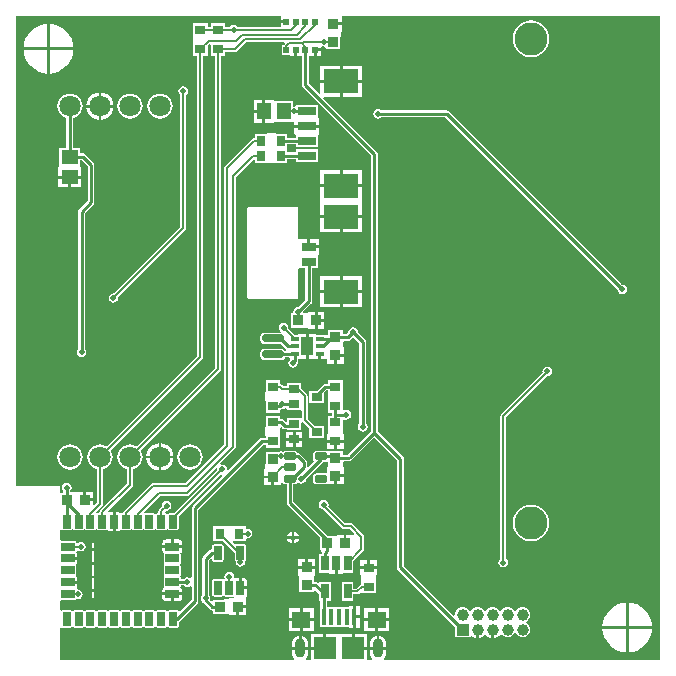
<source format=gtl>
G04*
G04 #@! TF.GenerationSoftware,Altium Limited,Altium Designer,18.1.6 (161)*
G04*
G04 Layer_Physical_Order=1*
G04 Layer_Color=255*
%FSLAX44Y44*%
%MOMM*%
G71*
G01*
G75*
%ADD10C,0.2540*%
%ADD24R,1.1600X1.4700*%
%ADD25R,0.9200X0.9300*%
%ADD26R,1.6000X1.4000*%
%ADD27R,1.9000X1.9000*%
%ADD28R,0.4000X1.3500*%
G04:AMPARAMS|DCode=29|XSize=1.8mm|YSize=0.6mm|CornerRadius=0.15mm|HoleSize=0mm|Usage=FLASHONLY|Rotation=180.000|XOffset=0mm|YOffset=0mm|HoleType=Round|Shape=RoundedRectangle|*
%AMROUNDEDRECTD29*
21,1,1.8000,0.3000,0,0,180.0*
21,1,1.5000,0.6000,0,0,180.0*
1,1,0.3000,-0.7500,0.1500*
1,1,0.3000,0.7500,0.1500*
1,1,0.3000,0.7500,-0.1500*
1,1,0.3000,-0.7500,-0.1500*
%
%ADD29ROUNDEDRECTD29*%
%ADD30R,0.9000X0.7000*%
%ADD31R,0.7900X0.9300*%
%ADD32R,3.0000X2.1000*%
%ADD33R,1.6000X0.8000*%
%ADD34R,0.5000X0.5000*%
G04:AMPARAMS|DCode=35|XSize=1.15mm|YSize=0.7mm|CornerRadius=0.035mm|HoleSize=0mm|Usage=FLASHONLY|Rotation=270.000|XOffset=0mm|YOffset=0mm|HoleType=Round|Shape=RoundedRectangle|*
%AMROUNDEDRECTD35*
21,1,1.1500,0.6300,0,0,270.0*
21,1,1.0800,0.7000,0,0,270.0*
1,1,0.0700,-0.3150,-0.5400*
1,1,0.0700,-0.3150,0.5400*
1,1,0.0700,0.3150,0.5400*
1,1,0.0700,0.3150,-0.5400*
%
%ADD35ROUNDEDRECTD35*%
G04:AMPARAMS|DCode=36|XSize=1.15mm|YSize=0.7mm|CornerRadius=0.035mm|HoleSize=0mm|Usage=FLASHONLY|Rotation=180.000|XOffset=0mm|YOffset=0mm|HoleType=Round|Shape=RoundedRectangle|*
%AMROUNDEDRECTD36*
21,1,1.1500,0.6300,0,0,180.0*
21,1,1.0800,0.7000,0,0,180.0*
1,1,0.0700,-0.5400,0.3150*
1,1,0.0700,0.5400,0.3150*
1,1,0.0700,0.5400,-0.3150*
1,1,0.0700,-0.5400,-0.3150*
%
%ADD36ROUNDEDRECTD36*%
%ADD37R,0.7000X0.7000*%
G04:AMPARAMS|DCode=39|XSize=0.6mm|YSize=1mm|CornerRadius=0.075mm|HoleSize=0mm|Usage=FLASHONLY|Rotation=270.000|XOffset=0mm|YOffset=0mm|HoleType=Round|Shape=RoundedRectangle|*
%AMROUNDEDRECTD39*
21,1,0.6000,0.8500,0,0,270.0*
21,1,0.4500,1.0000,0,0,270.0*
1,1,0.1500,-0.4250,-0.2250*
1,1,0.1500,-0.4250,0.2250*
1,1,0.1500,0.4250,0.2250*
1,1,0.1500,0.4250,-0.2250*
%
%ADD39ROUNDEDRECTD39*%
%ADD40R,1.3000X0.8000*%
G04:AMPARAMS|DCode=41|XSize=0.65mm|YSize=1.2mm|CornerRadius=0.0488mm|HoleSize=0mm|Usage=FLASHONLY|Rotation=180.000|XOffset=0mm|YOffset=0mm|HoleType=Round|Shape=RoundedRectangle|*
%AMROUNDEDRECTD41*
21,1,0.6500,1.1025,0,0,180.0*
21,1,0.5525,1.2000,0,0,180.0*
1,1,0.0975,-0.2763,0.5513*
1,1,0.0975,0.2763,0.5513*
1,1,0.0975,0.2763,-0.5513*
1,1,0.0975,-0.2763,-0.5513*
%
%ADD41ROUNDEDRECTD41*%
%ADD42R,0.7000X1.3000*%
%ADD43R,0.9300X0.7900*%
%ADD44R,1.4700X1.1600*%
%ADD45R,0.9300X0.9200*%
%ADD75R,0.7000X0.3000*%
%ADD76R,1.0000X1.6000*%
%ADD77C,0.1524*%
%ADD78C,0.1778*%
%ADD79C,0.1780*%
%ADD80R,4.6000X4.7000*%
%ADD81O,0.9000X1.6000*%
%ADD82C,1.0000*%
%ADD83R,1.0000X1.0000*%
%ADD84C,2.8000*%
%ADD85C,1.8000*%
%ADD86C,0.5000*%
G36*
X226503Y544252D02*
X231503D01*
Y541752D01*
X226503D01*
Y538460D01*
X190196D01*
X189901Y538901D01*
X188570Y539790D01*
X187000Y540103D01*
X185430Y539790D01*
X184099Y538901D01*
X183804Y538460D01*
X179674D01*
Y541474D01*
X167326D01*
Y538331D01*
X164674D01*
Y541474D01*
X152326D01*
Y531610D01*
X152150D01*
Y523990D01*
X152326D01*
Y514126D01*
X156040D01*
Y260293D01*
X79137Y183390D01*
X78907Y183567D01*
X76347Y184627D01*
X73600Y184989D01*
X70853Y184627D01*
X68293Y183567D01*
X66094Y181880D01*
X64407Y179681D01*
X63347Y177121D01*
X62985Y174374D01*
X63347Y171627D01*
X64407Y169067D01*
X66094Y166868D01*
X68293Y165181D01*
X70853Y164121D01*
X71140Y164083D01*
Y135619D01*
X68823Y133303D01*
X67650Y133789D01*
Y136750D01*
X60550D01*
Y138000D01*
X59300D01*
Y145150D01*
X53450D01*
Y144350D01*
X49190D01*
X49052Y144490D01*
X48351Y145549D01*
X49240Y146880D01*
X49553Y148450D01*
X49240Y150020D01*
X48351Y151351D01*
X47020Y152240D01*
X45450Y152553D01*
X43880Y152240D01*
X42549Y151351D01*
X41659Y150020D01*
X41347Y148450D01*
X41659Y146880D01*
X42549Y145549D01*
X42601Y145514D01*
Y144174D01*
X40000D01*
Y150000D01*
X2573D01*
Y547426D01*
X226503D01*
Y544252D01*
D02*
G37*
G36*
X547426Y2573D02*
X314536D01*
X314127Y3464D01*
X314058Y3844D01*
X315114Y5220D01*
X315820Y6923D01*
X316060Y8750D01*
Y11000D01*
X309000D01*
X301940D01*
Y8750D01*
X302180Y6923D01*
X302886Y5220D01*
X303942Y3844D01*
X303873Y3464D01*
X303465Y2573D01*
X300000D01*
Y11000D01*
X288000D01*
Y12250D01*
X286750D01*
Y24250D01*
X277270D01*
X276000Y24250D01*
Y24250D01*
X276000D01*
Y24250D01*
X265250D01*
Y12250D01*
X264000D01*
Y11000D01*
X252000D01*
Y2573D01*
X248535D01*
X248127Y3464D01*
X248058Y3844D01*
X249114Y5220D01*
X249820Y6923D01*
X250060Y8750D01*
Y11000D01*
X243000D01*
X235940D01*
Y8750D01*
X236180Y6923D01*
X236886Y5220D01*
X237942Y3844D01*
X237873Y3464D01*
X237465Y2573D01*
X40000D01*
Y29755D01*
X40316Y29990D01*
X41270Y30318D01*
X41619Y30085D01*
X42350Y29939D01*
X48650D01*
X49381Y30085D01*
X50001Y30499D01*
X50999D01*
X51619Y30085D01*
X52350Y29939D01*
X58650D01*
X59381Y30085D01*
X60001Y30499D01*
X60999D01*
X61619Y30085D01*
X62350Y29939D01*
X68650D01*
X69381Y30085D01*
X70001Y30499D01*
X70999D01*
X71619Y30085D01*
X72350Y29939D01*
X78650D01*
X79381Y30085D01*
X80001Y30499D01*
X80999D01*
X81619Y30085D01*
X82350Y29939D01*
X88650D01*
X89381Y30085D01*
X90001Y30499D01*
X90999D01*
X91619Y30085D01*
X92350Y29939D01*
X98650D01*
X99381Y30085D01*
X100001Y30499D01*
X100999D01*
X101619Y30085D01*
X102350Y29939D01*
X108650D01*
X109381Y30085D01*
X110001Y30499D01*
X110999D01*
X111619Y30085D01*
X112350Y29939D01*
X118650D01*
X119381Y30085D01*
X120001Y30499D01*
X120999D01*
X121619Y30085D01*
X122350Y29939D01*
X128650D01*
X129381Y30085D01*
X130001Y30499D01*
X130999D01*
X131619Y30085D01*
X132350Y29939D01*
X138650D01*
X139381Y30085D01*
X140001Y30499D01*
X140415Y31119D01*
X140561Y31850D01*
Y34932D01*
X141014Y35236D01*
X156014Y50236D01*
X156632Y51160D01*
X156849Y52250D01*
X156849Y52250D01*
Y129820D01*
X211680Y184651D01*
X213826D01*
Y182026D01*
X226174D01*
Y191890D01*
X226350D01*
Y198825D01*
X227620Y199351D01*
X227986Y198986D01*
X228910Y198368D01*
X230000Y198151D01*
X230000Y198151D01*
X231976D01*
Y197176D01*
X244024D01*
Y203525D01*
X245149Y203921D01*
X245294Y203927D01*
X250976Y198245D01*
Y190676D01*
X263024D01*
Y200724D01*
X255455D01*
X249460Y206719D01*
Y226000D01*
X249273Y226942D01*
X248740Y227740D01*
X244024Y232455D01*
Y237024D01*
X231976D01*
Y234460D01*
X229019D01*
X228040Y235440D01*
X227241Y235973D01*
X226300Y236160D01*
X226174D01*
Y239174D01*
X213826D01*
Y229310D01*
X213650D01*
Y221690D01*
X213826D01*
Y211826D01*
X226174D01*
Y213230D01*
X226300Y214451D01*
X227390Y214668D01*
X227794Y214938D01*
X228000Y214897D01*
X229570Y215210D01*
X230706Y215968D01*
X231459Y215747D01*
X231976Y215422D01*
Y213976D01*
X244024D01*
X244540Y212920D01*
Y208280D01*
X244024Y207224D01*
X243270Y207224D01*
X231976D01*
Y204849D01*
X230706Y204323D01*
X229114Y205914D01*
X228190Y206532D01*
X227100Y206749D01*
X226174Y207541D01*
Y209374D01*
X213826D01*
Y199510D01*
X213650D01*
Y191890D01*
X213826D01*
Y190349D01*
X210500D01*
X209410Y190132D01*
X208486Y189514D01*
X208486Y189514D01*
X182255Y163284D01*
X181085Y163910D01*
X181103Y164000D01*
X180791Y165570D01*
X179901Y166901D01*
X178570Y167791D01*
X177000Y168103D01*
X176224Y167948D01*
X175598Y169119D01*
X187740Y181260D01*
X188273Y182059D01*
X188460Y183000D01*
Y410981D01*
X203556Y426077D01*
X204826Y425551D01*
Y423326D01*
X214690D01*
Y423150D01*
X222310D01*
Y423326D01*
X232174D01*
Y426651D01*
X239155D01*
Y423976D01*
X258203D01*
Y435024D01*
X239155D01*
Y432349D01*
X232174D01*
Y435674D01*
X232174D01*
Y435826D01*
X232174D01*
Y439151D01*
X239155D01*
Y436476D01*
X258203D01*
X258203Y447290D01*
X259179Y448000D01*
X259179Y448234D01*
Y453250D01*
X248678D01*
X238179D01*
X238179Y448000D01*
X239155Y447290D01*
X239155Y446730D01*
Y444849D01*
X232174D01*
Y448174D01*
X222310D01*
Y448350D01*
X214690D01*
Y448174D01*
X204826D01*
Y444460D01*
X204000D01*
X203058Y444273D01*
X202260Y443740D01*
X179260Y420740D01*
X178727Y419941D01*
X178540Y419000D01*
Y185019D01*
X145981Y152460D01*
X118750D01*
X117809Y152273D01*
X117010Y151740D01*
X93760Y128490D01*
X93227Y127691D01*
X93102Y127061D01*
X92350D01*
X91619Y126915D01*
X91121Y126582D01*
X90705Y127205D01*
X89762Y127835D01*
X88650Y128056D01*
X86750D01*
Y119750D01*
Y111444D01*
X88650D01*
X89762Y111665D01*
X90705Y112295D01*
X91121Y112918D01*
X91619Y112585D01*
X92350Y112439D01*
X98650D01*
X99381Y112585D01*
X100001Y112999D01*
X100999D01*
X101619Y112585D01*
X102350Y112439D01*
X108650D01*
X109381Y112585D01*
X110001Y112999D01*
X110999D01*
X111619Y112585D01*
X112350Y112439D01*
X118650D01*
X119381Y112585D01*
X120001Y112999D01*
X120999D01*
X121619Y112585D01*
X122350Y112439D01*
X128650D01*
X129381Y112585D01*
X130001Y112999D01*
X130999D01*
X131619Y112585D01*
X132350Y112439D01*
X138650D01*
X139381Y112585D01*
X140001Y112999D01*
X140415Y113619D01*
X140561Y114350D01*
Y124264D01*
X175938Y159642D01*
X176703Y159528D01*
X177148Y158177D01*
X151986Y133014D01*
X151368Y132090D01*
X151151Y131000D01*
X151151Y131000D01*
Y72390D01*
X149881Y71748D01*
X149070Y72291D01*
X147500Y72603D01*
X145930Y72291D01*
X144599Y71401D01*
X144564Y71349D01*
X142061D01*
Y71650D01*
X141915Y72381D01*
X141501Y73001D01*
Y73999D01*
X141915Y74619D01*
X142061Y75350D01*
Y81650D01*
X141915Y82381D01*
X141501Y83001D01*
Y83999D01*
X141915Y84619D01*
X142061Y85350D01*
Y91650D01*
X141915Y92381D01*
X141582Y92879D01*
X142205Y93295D01*
X142835Y94238D01*
X143056Y95350D01*
Y97250D01*
X134750D01*
X126444D01*
Y95350D01*
X126665Y94238D01*
X127295Y93295D01*
X127918Y92879D01*
X127585Y92381D01*
X127439Y91650D01*
Y85350D01*
X127585Y84619D01*
X127999Y83999D01*
Y83001D01*
X127585Y82381D01*
X127439Y81650D01*
Y75350D01*
X127585Y74619D01*
X127999Y73999D01*
Y73001D01*
X127585Y72381D01*
X127439Y71650D01*
Y65350D01*
X127585Y64619D01*
X127918Y64121D01*
X127295Y63705D01*
X126665Y62762D01*
X126444Y61650D01*
Y59750D01*
X134750D01*
X143056D01*
Y61650D01*
X142835Y62762D01*
X142205Y63705D01*
X141582Y64121D01*
X141915Y64619D01*
X142061Y65350D01*
Y65651D01*
X144564D01*
X144599Y65599D01*
X145930Y64710D01*
X147500Y64397D01*
X149070Y64710D01*
X149881Y65251D01*
X151151Y64610D01*
Y53430D01*
X141527Y43806D01*
X140001Y44001D01*
X139381Y44415D01*
X138650Y44561D01*
X132350D01*
X131619Y44415D01*
X130999Y44001D01*
X130001D01*
X129381Y44415D01*
X128650Y44561D01*
X122350D01*
X121619Y44415D01*
X120999Y44001D01*
X120001D01*
X119381Y44415D01*
X118650Y44561D01*
X112350D01*
X111619Y44415D01*
X110999Y44001D01*
X110001D01*
X109381Y44415D01*
X108650Y44561D01*
X102350D01*
X101619Y44415D01*
X100999Y44001D01*
X100001D01*
X99381Y44415D01*
X98650Y44561D01*
X92350D01*
X91619Y44415D01*
X90999Y44001D01*
X90001D01*
X89381Y44415D01*
X88650Y44561D01*
X82350D01*
X81619Y44415D01*
X80999Y44001D01*
X80001D01*
X79381Y44415D01*
X78650Y44561D01*
X72350D01*
X71619Y44415D01*
X70999Y44001D01*
X70001D01*
X69381Y44415D01*
X68650Y44561D01*
X62350D01*
X61619Y44415D01*
X60999Y44001D01*
X60001D01*
X59381Y44415D01*
X58650Y44561D01*
X52350D01*
X51619Y44415D01*
X50999Y44001D01*
X50001D01*
X49381Y44415D01*
X48650Y44561D01*
X42350D01*
X41619Y44415D01*
X41270Y44182D01*
X40316Y44510D01*
X40000Y44745D01*
Y52313D01*
X40850Y53439D01*
X51650D01*
X52381Y53585D01*
X53001Y53999D01*
X53231Y54343D01*
X53430Y54209D01*
X55000Y53897D01*
X56570Y54209D01*
X57901Y55099D01*
X58790Y56430D01*
X59103Y58000D01*
X58790Y59570D01*
X57901Y60901D01*
X56570Y61790D01*
X55000Y62103D01*
X54800Y62063D01*
X53771Y63115D01*
X53743Y63353D01*
X54335Y64238D01*
X54556Y65350D01*
Y67250D01*
X46250D01*
Y69750D01*
X54556D01*
Y71650D01*
X54335Y72762D01*
X53705Y73705D01*
X53082Y74121D01*
X53415Y74619D01*
X53561Y75350D01*
Y81650D01*
X53415Y82381D01*
X53082Y82879D01*
X53705Y83295D01*
X54335Y84238D01*
X54556Y85350D01*
Y87250D01*
X46250D01*
Y89750D01*
X54556D01*
Y91650D01*
X54335Y92762D01*
X53705Y93705D01*
X53556Y93804D01*
X53768Y94923D01*
X54972Y95350D01*
X55930Y94710D01*
X57500Y94397D01*
X59070Y94710D01*
X60401Y95599D01*
X61290Y96930D01*
X61603Y98500D01*
X61290Y100070D01*
X60401Y101401D01*
X59070Y102290D01*
X57500Y102603D01*
X55930Y102290D01*
X54831Y101556D01*
X54419Y101587D01*
X54042Y101712D01*
X53487Y102022D01*
X53415Y102381D01*
X53001Y103001D01*
X52381Y103415D01*
X51650Y103561D01*
X40850D01*
X40000Y104686D01*
Y112255D01*
X40316Y112490D01*
X41270Y112818D01*
X41619Y112585D01*
X42350Y112439D01*
X48650D01*
X49381Y112585D01*
X50001Y112999D01*
X50999D01*
X51619Y112585D01*
X52350Y112439D01*
X58650D01*
X59381Y112585D01*
X60001Y112999D01*
X60999D01*
X61619Y112585D01*
X62350Y112439D01*
X68650D01*
X69381Y112585D01*
X70001Y112999D01*
X70999D01*
X71619Y112585D01*
X72350Y112439D01*
X78650D01*
X79381Y112585D01*
X79879Y112918D01*
X80295Y112295D01*
X81238Y111665D01*
X82350Y111444D01*
X84250D01*
Y119750D01*
Y128056D01*
X82350D01*
X81238Y127835D01*
X80852Y127577D01*
X80043Y128563D01*
X100740Y149260D01*
X101273Y150058D01*
X101460Y151000D01*
Y164083D01*
X101747Y164121D01*
X104307Y165181D01*
X106506Y166868D01*
X108193Y169067D01*
X109253Y171627D01*
X109615Y174374D01*
X109253Y177121D01*
X108193Y179681D01*
X108016Y179911D01*
X175240Y247134D01*
X175773Y247932D01*
X175960Y248874D01*
Y514126D01*
X179674D01*
Y517140D01*
X187600D01*
X188542Y517327D01*
X189340Y517860D01*
X197019Y525540D01*
X229584D01*
X230070Y524366D01*
X229855Y524151D01*
X229350Y523395D01*
X229276Y523026D01*
X227479D01*
Y514978D01*
X234503D01*
Y514002D01*
X238253D01*
Y519002D01*
X240753D01*
Y514002D01*
X244503D01*
X244655Y512794D01*
Y489497D01*
X244655Y489497D01*
X244871Y488407D01*
X245489Y487482D01*
X303151Y429820D01*
Y196180D01*
X283370Y176399D01*
X279174D01*
Y179674D01*
X266826D01*
X266826Y179674D01*
Y179674D01*
X265665Y179410D01*
X265556Y179408D01*
X264750Y179569D01*
X256250D01*
X255363Y179392D01*
X254611Y178889D01*
X254108Y178137D01*
X253931Y177250D01*
Y172750D01*
X254108Y171863D01*
X254611Y171110D01*
X254653Y170682D01*
X250119Y166148D01*
X248849Y166674D01*
Y170000D01*
X248849Y170000D01*
X248632Y171090D01*
X248014Y172014D01*
X248014Y172014D01*
X243014Y177014D01*
X242090Y177632D01*
X241000Y177849D01*
X240892Y178137D01*
X240389Y178889D01*
X239637Y179392D01*
X238750Y179569D01*
X230250D01*
X229363Y179392D01*
X228610Y178889D01*
X228547Y178795D01*
X227000Y179103D01*
X225430Y178790D01*
X225256Y178674D01*
X213826D01*
Y168810D01*
X213650D01*
Y164550D01*
X212850D01*
Y158700D01*
X220000D01*
Y157450D01*
X221250D01*
Y150350D01*
X227150D01*
Y152010D01*
X228420Y152396D01*
X228610Y152111D01*
X229363Y151608D01*
X230250Y151431D01*
X231651D01*
Y135500D01*
X231651Y135500D01*
X231868Y134410D01*
X232486Y133486D01*
X259826Y106145D01*
Y95254D01*
X260688D01*
X260979Y94942D01*
X261515Y93984D01*
X261361Y93209D01*
X260408Y92524D01*
X259186D01*
Y76476D01*
X267710D01*
Y75500D01*
X272460D01*
Y84500D01*
X274960D01*
Y75500D01*
X279709D01*
Y76476D01*
X288234D01*
Y86045D01*
X296740Y94551D01*
X297273Y95349D01*
X297460Y96291D01*
Y107000D01*
X297273Y107942D01*
X296740Y108740D01*
X287740Y117740D01*
X286942Y118273D01*
X286000Y118460D01*
X281019D01*
X266833Y132646D01*
X267103Y134000D01*
X266791Y135570D01*
X265901Y136901D01*
X264570Y137790D01*
X263000Y138103D01*
X261430Y137790D01*
X260099Y136901D01*
X259209Y135570D01*
X258897Y134000D01*
X259209Y132430D01*
X260099Y131099D01*
X261430Y130210D01*
X262530Y129991D01*
X278260Y114260D01*
X279058Y113727D01*
X280000Y113540D01*
X284981D01*
X289042Y109479D01*
X288146Y108578D01*
X282300D01*
Y101428D01*
X279800D01*
Y108578D01*
X273950D01*
Y107778D01*
X269690D01*
Y107602D01*
X266427D01*
X237349Y136680D01*
Y151431D01*
X238750D01*
X239637Y151608D01*
X240389Y152111D01*
X240413Y152146D01*
X240921Y152853D01*
X242040Y152469D01*
X242429Y152209D01*
X244000Y151897D01*
X245570Y152209D01*
X246901Y153099D01*
X247790Y154430D01*
X248102Y156000D01*
X248090Y156061D01*
X262460Y170431D01*
X264750D01*
X265556Y170592D01*
X265667Y170590D01*
X266071Y170340D01*
X266650Y169757D01*
Y165550D01*
X265850D01*
Y161645D01*
X264750Y160569D01*
X256250D01*
X255363Y160392D01*
X254611Y159889D01*
X254108Y159137D01*
X253931Y158250D01*
Y153750D01*
X254108Y152863D01*
X254611Y152111D01*
X255363Y151608D01*
X256250Y151431D01*
X264614D01*
X265850Y151350D01*
X265850Y151350D01*
X265850Y151350D01*
X271750D01*
Y158450D01*
X273000D01*
Y159700D01*
X280150D01*
Y165550D01*
X279350D01*
Y169810D01*
X280251Y170701D01*
X284550D01*
X285640Y170918D01*
X286564Y171535D01*
X286745Y171805D01*
X287014Y171986D01*
X306000Y190971D01*
X325151Y171820D01*
Y80900D01*
X325151Y80900D01*
X325368Y79810D01*
X325986Y78886D01*
X374076Y30795D01*
Y21776D01*
X387124D01*
Y22037D01*
X388394Y22611D01*
X389518Y21749D01*
X391342Y20993D01*
X392050Y20900D01*
Y28300D01*
X394550D01*
Y20900D01*
X395258Y20993D01*
X397082Y21749D01*
X398649Y22951D01*
X399015Y23428D01*
X400285D01*
X400651Y22951D01*
X402218Y21749D01*
X404042Y20993D01*
X404750Y20900D01*
Y28300D01*
X407250D01*
Y20900D01*
X407958Y20993D01*
X409782Y21749D01*
X411349Y22951D01*
X412165Y24014D01*
X413535Y24133D01*
X413734Y24055D01*
X414047Y23647D01*
X415410Y22601D01*
X416997Y21944D01*
X418700Y21720D01*
X420403Y21944D01*
X421990Y22601D01*
X423353Y23647D01*
X424352Y24949D01*
X425037Y25049D01*
X425063D01*
X425748Y24949D01*
X426747Y23647D01*
X428110Y22601D01*
X429697Y21944D01*
X431400Y21720D01*
X433103Y21944D01*
X434690Y22601D01*
X436053Y23647D01*
X437099Y25010D01*
X437756Y26597D01*
X437980Y28300D01*
X437756Y30003D01*
X437099Y31590D01*
X436053Y32953D01*
X434751Y33952D01*
X434651Y34637D01*
Y34663D01*
X434751Y35348D01*
X436053Y36347D01*
X437099Y37710D01*
X437756Y39297D01*
X437980Y41000D01*
X437756Y42703D01*
X437099Y44290D01*
X436053Y45653D01*
X434690Y46699D01*
X433103Y47356D01*
X431400Y47580D01*
X429697Y47356D01*
X428110Y46699D01*
X426747Y45653D01*
X425748Y44351D01*
X425063Y44251D01*
X425037D01*
X424352Y44351D01*
X423353Y45653D01*
X421990Y46699D01*
X420403Y47356D01*
X418700Y47580D01*
X416997Y47356D01*
X415410Y46699D01*
X414047Y45653D01*
X413048Y44351D01*
X412363Y44251D01*
X412337D01*
X411652Y44351D01*
X410653Y45653D01*
X409290Y46699D01*
X407703Y47356D01*
X406000Y47580D01*
X404297Y47356D01*
X402710Y46699D01*
X401347Y45653D01*
X400348Y44351D01*
X399663Y44251D01*
X399637D01*
X398952Y44351D01*
X397953Y45653D01*
X396590Y46699D01*
X395003Y47356D01*
X393300Y47580D01*
X391597Y47356D01*
X390010Y46699D01*
X388647Y45653D01*
X387648Y44351D01*
X386963Y44251D01*
X386937D01*
X386252Y44351D01*
X385253Y45653D01*
X383890Y46699D01*
X382303Y47356D01*
X380600Y47580D01*
X378897Y47356D01*
X377310Y46699D01*
X375947Y45653D01*
X374901Y44290D01*
X374244Y42703D01*
X374020Y41000D01*
X374064Y40660D01*
X372862Y40067D01*
X330849Y82080D01*
Y173000D01*
X330849Y173000D01*
X330632Y174090D01*
X330014Y175014D01*
X330014Y175014D01*
X308849Y196180D01*
Y431000D01*
X308849Y431000D01*
X308632Y432090D01*
X308014Y433014D01*
X262702Y478327D01*
X263188Y479500D01*
X276429D01*
Y491250D01*
X260179D01*
Y482509D01*
X259005Y482024D01*
X250352Y490677D01*
Y512877D01*
X250703Y514002D01*
X254453D01*
Y519002D01*
X255703D01*
Y520252D01*
X260703D01*
Y521284D01*
X261973Y522101D01*
X263000Y521897D01*
X263556Y522008D01*
X264826Y520969D01*
Y519876D01*
X277174D01*
Y529740D01*
X277350D01*
Y534000D01*
X278150D01*
Y539850D01*
X271000D01*
Y542350D01*
X278150D01*
Y547426D01*
X547426D01*
Y2573D01*
D02*
G37*
G36*
X167326Y523151D02*
Y514126D01*
X171040D01*
Y249893D01*
X104537Y183390D01*
X104307Y183567D01*
X101747Y184627D01*
X99000Y184989D01*
X96253Y184627D01*
X93693Y183567D01*
X91494Y181880D01*
X89807Y179681D01*
X88747Y177121D01*
X88385Y174374D01*
X88747Y171627D01*
X89807Y169067D01*
X91494Y166868D01*
X93693Y165181D01*
X96253Y164121D01*
X96540Y164083D01*
Y152019D01*
X73760Y129240D01*
X73227Y128441D01*
X73040Y127500D01*
Y127061D01*
X72350D01*
X71619Y126915D01*
X70744Y127294D01*
X70511Y128032D01*
X75340Y132860D01*
X75873Y133659D01*
X76060Y134600D01*
Y164083D01*
X76347Y164121D01*
X78907Y165181D01*
X81106Y166868D01*
X82793Y169067D01*
X83853Y171627D01*
X84215Y174374D01*
X83853Y177121D01*
X82793Y179681D01*
X82616Y179911D01*
X160240Y257534D01*
X160773Y258333D01*
X160960Y259274D01*
Y514126D01*
X164674D01*
Y522295D01*
X166023Y523644D01*
X166087Y523664D01*
X167326Y523151D01*
D02*
G37*
G36*
X173051Y164776D02*
X172897Y164000D01*
X173031Y163327D01*
X136764Y127061D01*
X132350D01*
X131619Y126915D01*
X130999Y126501D01*
X130001D01*
X129381Y126915D01*
X129311Y126929D01*
X128920Y128083D01*
X129593Y128811D01*
X129789Y128939D01*
X130000Y128897D01*
X131570Y129209D01*
X132901Y130099D01*
X133791Y131430D01*
X134103Y133000D01*
X133791Y134570D01*
X132901Y135901D01*
X131570Y136791D01*
X130000Y137103D01*
X128430Y136791D01*
X127099Y135901D01*
X126209Y134570D01*
X125897Y133000D01*
X126001Y132480D01*
X123760Y130240D01*
X123227Y129441D01*
X123040Y128500D01*
X123073Y128331D01*
X122430Y127202D01*
X122292Y127049D01*
X121619Y126915D01*
X120999Y126501D01*
X120001D01*
X119381Y126915D01*
X118650Y127061D01*
X112350D01*
X111619Y126915D01*
X110805Y127498D01*
X110662Y127933D01*
X124269Y141540D01*
X147000D01*
X147942Y141727D01*
X148740Y142260D01*
X171881Y165402D01*
X173051Y164776D01*
D02*
G37*
%LPC*%
G36*
X31250Y540979D02*
Y521250D01*
X50978D01*
X50696Y524117D01*
X49495Y528075D01*
X47545Y531723D01*
X44921Y534921D01*
X41723Y537545D01*
X38075Y539495D01*
X34117Y540696D01*
X31250Y540979D01*
D02*
G37*
G36*
X28750D02*
X25883Y540696D01*
X21925Y539495D01*
X18277Y537545D01*
X15079Y534921D01*
X12455Y531723D01*
X10505Y528075D01*
X9304Y524117D01*
X9021Y521250D01*
X28750D01*
Y540979D01*
D02*
G37*
G36*
X50978Y518750D02*
X31250D01*
Y499021D01*
X34117Y499304D01*
X38075Y500505D01*
X41723Y502455D01*
X44921Y505079D01*
X47545Y508277D01*
X49495Y511925D01*
X50696Y515883D01*
X50978Y518750D01*
D02*
G37*
G36*
X28750D02*
X9021D01*
X9304Y515883D01*
X10505Y511925D01*
X12455Y508277D01*
X15079Y505079D01*
X18277Y502455D01*
X21925Y500505D01*
X25883Y499304D01*
X28750Y499021D01*
Y518750D01*
D02*
G37*
G36*
X74850Y482935D02*
Y472750D01*
X85035D01*
X84804Y474502D01*
X83645Y477300D01*
X81802Y479702D01*
X79400Y481545D01*
X76602Y482704D01*
X74850Y482935D01*
D02*
G37*
G36*
X72350D02*
X70598Y482704D01*
X67800Y481545D01*
X65398Y479702D01*
X63555Y477300D01*
X62396Y474502D01*
X62165Y472750D01*
X72350D01*
Y482935D01*
D02*
G37*
G36*
X124400Y482115D02*
X121653Y481753D01*
X119093Y480693D01*
X116894Y479006D01*
X115207Y476807D01*
X114147Y474247D01*
X113785Y471500D01*
X114147Y468753D01*
X115207Y466193D01*
X116894Y463994D01*
X119093Y462307D01*
X121653Y461247D01*
X124400Y460885D01*
X127147Y461247D01*
X129707Y462307D01*
X131906Y463994D01*
X133593Y466193D01*
X134653Y468753D01*
X135015Y471500D01*
X134653Y474247D01*
X133593Y476807D01*
X131906Y479006D01*
X129707Y480693D01*
X127147Y481753D01*
X124400Y482115D01*
D02*
G37*
G36*
X99000D02*
X96253Y481753D01*
X93693Y480693D01*
X91494Y479006D01*
X89807Y476807D01*
X88747Y474247D01*
X88385Y471500D01*
X88747Y468753D01*
X89807Y466193D01*
X91494Y463994D01*
X93693Y462307D01*
X96253Y461247D01*
X99000Y460885D01*
X101747Y461247D01*
X104307Y462307D01*
X106506Y463994D01*
X108193Y466193D01*
X109253Y468753D01*
X109615Y471500D01*
X109253Y474247D01*
X108193Y476807D01*
X106506Y479006D01*
X104307Y480693D01*
X101747Y481753D01*
X99000Y482115D01*
D02*
G37*
G36*
X85035Y470250D02*
X74850D01*
Y460065D01*
X76602Y460296D01*
X79400Y461455D01*
X81802Y463298D01*
X83645Y465700D01*
X84804Y468498D01*
X85035Y470250D01*
D02*
G37*
G36*
X72350D02*
X62165D01*
X62396Y468498D01*
X63555Y465700D01*
X65398Y463298D01*
X67800Y461455D01*
X70598Y460296D01*
X72350Y460065D01*
Y470250D01*
D02*
G37*
G36*
X57850Y410000D02*
X49250D01*
Y402950D01*
X57850D01*
Y410000D01*
D02*
G37*
G36*
X46750D02*
X38150D01*
Y402950D01*
X46750D01*
Y410000D01*
D02*
G37*
G36*
X144000Y488103D02*
X142430Y487790D01*
X141099Y486901D01*
X140210Y485570D01*
X139897Y484000D01*
X140210Y482430D01*
X141099Y481099D01*
X141669Y480718D01*
Y368965D01*
X85673Y312969D01*
X85000Y313103D01*
X83430Y312791D01*
X82099Y311901D01*
X81209Y310570D01*
X80897Y309000D01*
X81209Y307430D01*
X82099Y306099D01*
X83430Y305210D01*
X85000Y304897D01*
X86570Y305210D01*
X87901Y306099D01*
X88791Y307430D01*
X89103Y309000D01*
X88969Y309673D01*
X145648Y366352D01*
X146153Y367108D01*
X146331Y368000D01*
Y480718D01*
X146901Y481099D01*
X147790Y482430D01*
X148103Y484000D01*
X147790Y485570D01*
X146901Y486901D01*
X145570Y487790D01*
X144000Y488103D01*
D02*
G37*
G36*
X48200Y482115D02*
X45453Y481753D01*
X42893Y480693D01*
X40694Y479006D01*
X39007Y476807D01*
X37947Y474247D01*
X37585Y471500D01*
X37947Y468753D01*
X39007Y466193D01*
X40694Y463994D01*
X42893Y462307D01*
X45151Y461372D01*
Y436074D01*
X39126D01*
Y423810D01*
X39110D01*
Y419550D01*
X38150D01*
Y412500D01*
X48000D01*
X57850D01*
Y419550D01*
X56890D01*
Y423810D01*
X56874D01*
Y425723D01*
X58144Y425827D01*
X63151Y420820D01*
Y391180D01*
X55986Y384014D01*
X55368Y383090D01*
X55151Y382000D01*
X55151Y382000D01*
Y265936D01*
X55099Y265901D01*
X54209Y264570D01*
X53897Y263000D01*
X54209Y261430D01*
X55099Y260099D01*
X56430Y259209D01*
X58000Y258897D01*
X59570Y259209D01*
X60901Y260099D01*
X61790Y261430D01*
X62103Y263000D01*
X61790Y264570D01*
X60901Y265901D01*
X60849Y265936D01*
Y380820D01*
X68014Y387986D01*
X68014Y387986D01*
X68632Y388910D01*
X68849Y390000D01*
X68849Y390000D01*
Y422000D01*
X68849Y422000D01*
X68632Y423090D01*
X68014Y424014D01*
X61264Y430764D01*
X60340Y431382D01*
X59250Y431599D01*
X59250Y431599D01*
X56874D01*
Y436074D01*
X50849D01*
Y461234D01*
X50947Y461247D01*
X53507Y462307D01*
X55706Y463994D01*
X57393Y466193D01*
X58453Y468753D01*
X58815Y471500D01*
X58453Y474247D01*
X57393Y476807D01*
X55706Y479006D01*
X53507Y480693D01*
X50947Y481753D01*
X48200Y482115D01*
D02*
G37*
G36*
Y184989D02*
X45453Y184627D01*
X42893Y183567D01*
X40694Y181880D01*
X39007Y179681D01*
X37947Y177121D01*
X37585Y174374D01*
X37947Y171627D01*
X39007Y169067D01*
X40694Y166868D01*
X42893Y165181D01*
X45453Y164121D01*
X48200Y163759D01*
X50947Y164121D01*
X53507Y165181D01*
X55706Y166868D01*
X57393Y169067D01*
X58453Y171627D01*
X58815Y174374D01*
X58453Y177121D01*
X57393Y179681D01*
X55706Y181880D01*
X53507Y183567D01*
X50947Y184627D01*
X48200Y184989D01*
D02*
G37*
G36*
X67650Y145150D02*
X61800D01*
Y139250D01*
X67650D01*
Y145150D01*
D02*
G37*
G36*
X260703Y517752D02*
X256953D01*
Y514002D01*
X260703D01*
Y517752D01*
D02*
G37*
G36*
X438500Y544099D02*
X435457Y543799D01*
X432531Y542912D01*
X429834Y541470D01*
X427470Y539530D01*
X425530Y537166D01*
X424088Y534469D01*
X423201Y531543D01*
X422901Y528500D01*
X423201Y525457D01*
X424088Y522531D01*
X425530Y519834D01*
X427470Y517470D01*
X429834Y515530D01*
X432531Y514088D01*
X435457Y513201D01*
X438500Y512901D01*
X441543Y513201D01*
X444469Y514088D01*
X447166Y515530D01*
X449530Y517470D01*
X451470Y519834D01*
X452912Y522531D01*
X453799Y525457D01*
X454099Y528500D01*
X453799Y531543D01*
X452912Y534469D01*
X451470Y537166D01*
X449530Y539530D01*
X447166Y541470D01*
X444469Y542912D01*
X441543Y543799D01*
X438500Y544099D01*
D02*
G37*
G36*
X295179Y505500D02*
X278929D01*
Y493750D01*
X295179D01*
Y505500D01*
D02*
G37*
G36*
X276429D02*
X260179D01*
Y493750D01*
X276429D01*
Y505500D01*
D02*
G37*
G36*
X295179Y491250D02*
X278929D01*
Y479500D01*
X295179D01*
Y491250D01*
D02*
G37*
G36*
X211000Y476850D02*
X203950D01*
Y468250D01*
X211000D01*
Y476850D01*
D02*
G37*
G36*
Y465750D02*
X203950D01*
Y457150D01*
X211000D01*
Y465750D01*
D02*
G37*
G36*
X220550Y476850D02*
X213500D01*
Y467000D01*
Y457150D01*
X220550D01*
Y458110D01*
X224810D01*
Y458126D01*
X236909D01*
X237074Y458126D01*
X238179Y457727D01*
Y455750D01*
X248678D01*
X259179D01*
X259179Y461000D01*
X258203Y461710D01*
X258203Y462270D01*
Y472524D01*
X239155D01*
Y471874D01*
X238173Y471068D01*
X238000Y471103D01*
X237074Y471863D01*
Y475874D01*
X224810D01*
Y475890D01*
X220550D01*
Y476850D01*
D02*
G37*
G36*
X295179Y417000D02*
X278929D01*
Y405250D01*
X295179D01*
Y417000D01*
D02*
G37*
G36*
X276429D02*
X260179D01*
Y405250D01*
X276429D01*
Y417000D01*
D02*
G37*
G36*
X295179Y402750D02*
X277679D01*
X260179D01*
Y391991D01*
X260179Y391000D01*
X260250Y389760D01*
Y379000D01*
X277750D01*
X295250D01*
Y389759D01*
X295250Y390750D01*
X295179Y391990D01*
Y392020D01*
Y402750D01*
D02*
G37*
G36*
X295250Y376500D02*
X279000D01*
Y364750D01*
X295250D01*
Y376500D01*
D02*
G37*
G36*
X276500D02*
X260250D01*
Y364750D01*
X276500D01*
Y376500D01*
D02*
G37*
G36*
X259250Y358750D02*
X251500D01*
Y353500D01*
X259250D01*
Y358750D01*
D02*
G37*
G36*
X295250Y327250D02*
X279000D01*
Y315500D01*
X295250D01*
Y327250D01*
D02*
G37*
G36*
X276500D02*
X260250D01*
Y315500D01*
X276500D01*
Y327250D01*
D02*
G37*
G36*
X309000Y469103D02*
X307430Y468791D01*
X306099Y467901D01*
X305210Y466570D01*
X304897Y465000D01*
X305210Y463430D01*
X306099Y462099D01*
X307430Y461209D01*
X309000Y460897D01*
X310570Y461209D01*
X311901Y462099D01*
X311936Y462151D01*
X365820D01*
X511641Y316330D01*
X511629Y316268D01*
X511941Y314698D01*
X512831Y313367D01*
X514162Y312477D01*
X515732Y312165D01*
X517302Y312477D01*
X518633Y313367D01*
X519523Y314698D01*
X519835Y316268D01*
X519523Y317838D01*
X518633Y319169D01*
X517302Y320059D01*
X515732Y320371D01*
X515670Y320359D01*
X369014Y467014D01*
X368090Y467632D01*
X367000Y467849D01*
X367000Y467849D01*
X311936D01*
X311901Y467901D01*
X310570Y468791D01*
X309000Y469103D01*
D02*
G37*
G36*
X240000Y386150D02*
X200000Y386149D01*
X198834Y385666D01*
X198350Y384500D01*
Y309500D01*
X198834Y308333D01*
X200000Y307850D01*
X240000Y307850D01*
X241166Y308334D01*
X241650Y309500D01*
Y333195D01*
X242226Y334226D01*
X242920Y334226D01*
X247401D01*
Y307430D01*
X241512Y301541D01*
X241450Y301553D01*
X239880Y301241D01*
X238549Y300351D01*
X237659Y299020D01*
X237347Y297450D01*
X237406Y297156D01*
X236600Y296174D01*
X235326D01*
Y283826D01*
X245190D01*
Y283650D01*
X249450D01*
Y282850D01*
X255300D01*
Y290000D01*
Y297150D01*
X249450D01*
Y296350D01*
X246335D01*
X245710Y297112D01*
X245649Y297620D01*
X252264Y304236D01*
X252264Y304236D01*
X252882Y305160D01*
X253099Y306250D01*
X253099Y306250D01*
Y334226D01*
X258274D01*
X258274Y345040D01*
X259250Y345750D01*
X259250Y345984D01*
Y351000D01*
X250250D01*
Y352250D01*
X249000D01*
Y358750D01*
X241650D01*
Y384500D01*
X241166Y385666D01*
X240000Y386150D01*
D02*
G37*
G36*
X295250Y313000D02*
X279000D01*
Y301250D01*
X295250D01*
Y313000D01*
D02*
G37*
G36*
X276500D02*
X260250D01*
Y301250D01*
X276500D01*
Y313000D01*
D02*
G37*
G36*
X263650Y297150D02*
X257800D01*
Y291250D01*
X263650D01*
Y297150D01*
D02*
G37*
G36*
Y288750D02*
X257800D01*
Y282850D01*
X263650D01*
Y288750D01*
D02*
G37*
G36*
X288000Y284103D02*
X286430Y283790D01*
X285099Y282901D01*
X284209Y281570D01*
X283897Y280000D01*
X283909Y279938D01*
X282370Y278399D01*
X279174D01*
Y281674D01*
X266826D01*
Y277349D01*
X264524D01*
Y277524D01*
X256500D01*
Y278500D01*
X250250D01*
Y268000D01*
Y257500D01*
X253500D01*
Y257500D01*
X258250D01*
Y261500D01*
X260750D01*
Y257500D01*
X265500D01*
X265850Y256375D01*
Y253350D01*
X271750D01*
Y260450D01*
X273000D01*
Y261700D01*
X280150D01*
Y267550D01*
X279350D01*
Y271810D01*
X280251Y272701D01*
X283550D01*
X283550Y272701D01*
X284640Y272918D01*
X285564Y273536D01*
X287938Y275910D01*
X288000Y275897D01*
X288062Y275910D01*
X293151Y270820D01*
Y202936D01*
X293099Y202901D01*
X292209Y201570D01*
X291897Y200000D01*
X292209Y198430D01*
X293099Y197099D01*
X294430Y196210D01*
X296000Y195897D01*
X297570Y196210D01*
X298901Y197099D01*
X299790Y198430D01*
X300103Y200000D01*
X299790Y201570D01*
X298901Y202901D01*
X298849Y202936D01*
Y272000D01*
X298849Y272000D01*
X298632Y273090D01*
X298014Y274014D01*
X298014Y274014D01*
X292091Y279938D01*
X292103Y280000D01*
X291791Y281570D01*
X290901Y282901D01*
X289570Y283790D01*
X288000Y284103D01*
D02*
G37*
G36*
X229000Y288103D02*
X227430Y287791D01*
X226099Y286901D01*
X225210Y285570D01*
X224897Y284000D01*
X225210Y282430D01*
X226099Y281099D01*
X226841Y280603D01*
X226455Y279333D01*
X212500D01*
X211320Y279098D01*
X210320Y278430D01*
X209652Y277430D01*
X209417Y276250D01*
Y273250D01*
X209652Y272070D01*
X210320Y271070D01*
X211320Y270401D01*
X212500Y270167D01*
X226805D01*
X230986Y265986D01*
X230986Y265986D01*
X231229Y265823D01*
X230837Y264561D01*
X229953Y264521D01*
X229680Y264930D01*
X228680Y265599D01*
X227500Y265833D01*
X212500D01*
X211320Y265599D01*
X210320Y264930D01*
X209652Y263930D01*
X209417Y262750D01*
Y259750D01*
X209652Y258570D01*
X210320Y257570D01*
X211320Y256901D01*
X212500Y256667D01*
X227500D01*
X228680Y256901D01*
X229680Y257570D01*
X230348Y258570D01*
X230365Y258651D01*
X233476D01*
Y258476D01*
X234170D01*
X234555Y257206D01*
X234099Y256901D01*
X233209Y255570D01*
X232897Y254000D01*
X233209Y252430D01*
X234099Y251099D01*
X235430Y250210D01*
X237000Y249897D01*
X238570Y250210D01*
X239901Y251099D01*
X240791Y252430D01*
X241103Y254000D01*
X241047Y254282D01*
X241132Y254410D01*
X241349Y255500D01*
Y256293D01*
X241500Y257500D01*
X247750D01*
Y268000D01*
Y278500D01*
X241500D01*
Y277524D01*
X238772D01*
X232969Y283327D01*
X233103Y284000D01*
X232791Y285570D01*
X231901Y286901D01*
X230570Y287791D01*
X229000Y288103D01*
D02*
G37*
G36*
X280150Y259200D02*
X274250D01*
Y253350D01*
X280150D01*
Y259200D01*
D02*
G37*
G36*
X452200Y250903D02*
X450630Y250590D01*
X449299Y249701D01*
X448410Y248370D01*
X448097Y246800D01*
X448300Y245779D01*
X413260Y210740D01*
X412727Y209942D01*
X412540Y209000D01*
Y88196D01*
X412099Y87901D01*
X411209Y86570D01*
X410897Y85000D01*
X411209Y83430D01*
X412099Y82099D01*
X413430Y81209D01*
X415000Y80897D01*
X416570Y81209D01*
X417901Y82099D01*
X418791Y83430D01*
X419103Y85000D01*
X418791Y86570D01*
X417901Y87901D01*
X417460Y88196D01*
Y207981D01*
X452180Y242701D01*
X452200Y242697D01*
X453770Y243009D01*
X455101Y243899D01*
X455990Y245230D01*
X456303Y246800D01*
X455990Y248370D01*
X455101Y249701D01*
X453770Y250590D01*
X452200Y250903D01*
D02*
G37*
G36*
X279174Y239174D02*
X266826D01*
Y236549D01*
X264200D01*
X263110Y236332D01*
X262186Y235714D01*
X262186Y235714D01*
X256995Y230524D01*
X250976D01*
Y220476D01*
X263024D01*
Y228495D01*
X265380Y230851D01*
X266826D01*
Y229310D01*
X266650D01*
Y221690D01*
X266826D01*
Y211826D01*
X270151D01*
Y209374D01*
X266826D01*
Y199510D01*
X266650D01*
Y193950D01*
X265850D01*
Y188750D01*
X273000D01*
X280150D01*
Y193950D01*
X279350D01*
Y199510D01*
X279174D01*
Y205702D01*
X280294Y206300D01*
X280430Y206210D01*
X282000Y205897D01*
X283570Y206210D01*
X284901Y207099D01*
X285791Y208430D01*
X286103Y210000D01*
X285791Y211570D01*
X284901Y212901D01*
X283570Y213790D01*
X282000Y214103D01*
X280430Y213790D01*
X280294Y213700D01*
X279174Y214298D01*
Y221690D01*
X279350D01*
Y229310D01*
X279174D01*
Y239174D01*
D02*
G37*
G36*
X245000Y195200D02*
X239250D01*
Y190450D01*
X245000D01*
Y195200D01*
D02*
G37*
G36*
X236750D02*
X231000D01*
Y190450D01*
X236750D01*
Y195200D01*
D02*
G37*
G36*
X245000Y187950D02*
X239250D01*
Y183200D01*
X245000D01*
Y187950D01*
D02*
G37*
G36*
X236750D02*
X231000D01*
Y183200D01*
X236750D01*
Y187950D01*
D02*
G37*
G36*
X280150Y186250D02*
X274250D01*
Y181050D01*
X280150D01*
Y186250D01*
D02*
G37*
G36*
X271750D02*
X265850D01*
Y181050D01*
X271750D01*
Y186250D01*
D02*
G37*
G36*
X125650Y185809D02*
Y175624D01*
X135835D01*
X135604Y177376D01*
X134445Y180174D01*
X132602Y182576D01*
X130200Y184419D01*
X127402Y185578D01*
X125650Y185809D01*
D02*
G37*
G36*
X123150D02*
X121398Y185578D01*
X118600Y184419D01*
X116198Y182576D01*
X114355Y180174D01*
X113196Y177376D01*
X112965Y175624D01*
X123150D01*
Y185809D01*
D02*
G37*
G36*
X149800Y184989D02*
X147053Y184627D01*
X144493Y183567D01*
X142294Y181880D01*
X140607Y179681D01*
X139547Y177121D01*
X139185Y174374D01*
X139547Y171627D01*
X140607Y169067D01*
X142294Y166868D01*
X144493Y165181D01*
X147053Y164121D01*
X149800Y163759D01*
X152547Y164121D01*
X155107Y165181D01*
X157306Y166868D01*
X158993Y169067D01*
X160053Y171627D01*
X160415Y174374D01*
X160053Y177121D01*
X158993Y179681D01*
X157306Y181880D01*
X155107Y183567D01*
X152547Y184627D01*
X149800Y184989D01*
D02*
G37*
G36*
X135835Y173124D02*
X125650D01*
Y162939D01*
X127402Y163170D01*
X130200Y164329D01*
X132602Y166172D01*
X134445Y168574D01*
X135604Y171372D01*
X135835Y173124D01*
D02*
G37*
G36*
X123150D02*
X112965D01*
X113196Y171372D01*
X114355Y168574D01*
X116198Y166172D01*
X118600Y164329D01*
X121398Y163170D01*
X123150Y162939D01*
Y173124D01*
D02*
G37*
G36*
X280150Y157200D02*
X274250D01*
Y151350D01*
X280150D01*
Y157200D01*
D02*
G37*
G36*
X218750Y156200D02*
X212850D01*
Y150350D01*
X218750D01*
Y156200D01*
D02*
G37*
G36*
X238250Y110849D02*
Y107250D01*
X241849D01*
X241710Y107951D01*
X240605Y109605D01*
X238951Y110710D01*
X238250Y110849D01*
D02*
G37*
G36*
X235750D02*
X235049Y110710D01*
X233395Y109605D01*
X232290Y107951D01*
X232151Y107250D01*
X235750D01*
Y110849D01*
D02*
G37*
G36*
X187010Y115850D02*
X179390D01*
Y115674D01*
X169526D01*
Y103326D01*
X177695D01*
X187687Y93334D01*
Y87738D01*
X187843Y86953D01*
X188287Y86287D01*
X188522Y86130D01*
X188397Y85500D01*
X188710Y83930D01*
X189599Y82599D01*
X190930Y81709D01*
X192500Y81397D01*
X194070Y81709D01*
X195401Y82599D01*
X196290Y83930D01*
X196603Y85500D01*
X196478Y86130D01*
X196713Y86287D01*
X197157Y86953D01*
X197313Y87738D01*
Y98763D01*
X197157Y99547D01*
X196713Y100213D01*
X196047Y100657D01*
X195263Y100813D01*
X189737D01*
X188953Y100657D01*
X188287Y100213D01*
X187813Y100166D01*
X186003Y101977D01*
X186489Y103150D01*
X187010D01*
Y103326D01*
X196874D01*
Y104426D01*
X198144Y105468D01*
X198500Y105397D01*
X200070Y105709D01*
X201401Y106599D01*
X202291Y107930D01*
X202603Y109500D01*
X202291Y111070D01*
X201401Y112401D01*
X200070Y113291D01*
X198500Y113603D01*
X198144Y113532D01*
X196874Y114574D01*
Y115674D01*
X187010D01*
Y115850D01*
D02*
G37*
G36*
X438500Y134099D02*
X435457Y133799D01*
X432531Y132912D01*
X429834Y131470D01*
X427470Y129530D01*
X425530Y127166D01*
X424088Y124469D01*
X423201Y121543D01*
X422901Y118500D01*
X423201Y115457D01*
X424088Y112530D01*
X425530Y109834D01*
X427470Y107470D01*
X429834Y105530D01*
X432531Y104088D01*
X435457Y103201D01*
X438500Y102901D01*
X441543Y103201D01*
X444469Y104088D01*
X447166Y105530D01*
X449530Y107470D01*
X451470Y109834D01*
X452912Y112530D01*
X453799Y115457D01*
X454099Y118500D01*
X453799Y121543D01*
X452912Y124469D01*
X451470Y127166D01*
X449530Y129530D01*
X447166Y131470D01*
X444469Y132912D01*
X441543Y133799D01*
X438500Y134099D01*
D02*
G37*
G36*
X241849Y104750D02*
X238250D01*
Y101151D01*
X238951Y101290D01*
X240605Y102395D01*
X241710Y104049D01*
X241849Y104750D01*
D02*
G37*
G36*
X235750D02*
X232151D01*
X232290Y104049D01*
X233395Y102395D01*
X235049Y101290D01*
X235750Y101151D01*
Y104750D01*
D02*
G37*
G36*
X140150Y104556D02*
X136000D01*
Y99750D01*
X143056D01*
Y101650D01*
X142835Y102762D01*
X142205Y103705D01*
X141262Y104335D01*
X140150Y104556D01*
D02*
G37*
G36*
X133500D02*
X129350D01*
X128238Y104335D01*
X127295Y103705D01*
X126665Y102762D01*
X126444Y101650D01*
Y99750D01*
X133500D01*
Y104556D01*
D02*
G37*
G36*
X109250Y100849D02*
Y97250D01*
X112849D01*
X112710Y97951D01*
X111605Y99605D01*
X109951Y100710D01*
X109250Y100849D01*
D02*
G37*
G36*
X72000Y101750D02*
X67250D01*
Y97000D01*
X72000D01*
Y101750D01*
D02*
G37*
G36*
X102250D02*
X97500D01*
Y95750D01*
X95000D01*
Y101750D01*
X90250D01*
Y97571D01*
X89437Y96638D01*
X89437Y96638D01*
Y96638D01*
X88980Y96593D01*
X88973Y96631D01*
X88710Y97951D01*
X87605Y99605D01*
X85951Y100710D01*
X85250Y100849D01*
Y96000D01*
X82750D01*
Y100849D01*
X82049Y100710D01*
X80520Y99688D01*
X79941Y99832D01*
X79250Y100177D01*
Y101750D01*
X74500D01*
Y95750D01*
X73250D01*
Y94500D01*
X67250D01*
Y89750D01*
Y85500D01*
X73250D01*
Y83000D01*
X67250D01*
Y78250D01*
Y74000D01*
X73250D01*
Y71500D01*
X67250D01*
Y66750D01*
Y62500D01*
X73250D01*
Y61250D01*
X74500D01*
Y55250D01*
X79250D01*
Y57823D01*
X79941Y58169D01*
X80520Y58312D01*
X82049Y57290D01*
X82750Y57151D01*
Y62000D01*
X85250D01*
Y57151D01*
X85951Y57290D01*
X87605Y58395D01*
X88710Y60049D01*
X88973Y61369D01*
X88980Y61407D01*
X89437Y61362D01*
Y61362D01*
X89437Y61362D01*
X90250Y60429D01*
Y55250D01*
X95000D01*
Y61250D01*
X97500D01*
Y55250D01*
X102250D01*
Y59320D01*
X103520Y59705D01*
X104395Y58395D01*
X106049Y57290D01*
X106750Y57151D01*
Y62000D01*
X108000D01*
Y63250D01*
X112849D01*
X112710Y63951D01*
X111688Y65480D01*
X111832Y66059D01*
X112177Y66750D01*
X113750D01*
Y71500D01*
X107750D01*
Y74000D01*
X113750D01*
Y78250D01*
Y83000D01*
X107750D01*
Y85500D01*
X113750D01*
Y90250D01*
X110680D01*
X110295Y91520D01*
X111605Y92395D01*
X112710Y94049D01*
X112849Y94750D01*
X108000D01*
Y96000D01*
X106750D01*
Y100849D01*
X106049Y100710D01*
X104395Y99605D01*
X103520Y98295D01*
X102250Y98680D01*
Y101750D01*
D02*
G37*
G36*
X176262Y100813D02*
X170737D01*
X169953Y100657D01*
X169287Y100213D01*
X168843Y99547D01*
X168687Y98763D01*
Y97218D01*
X168250Y96099D01*
X167160Y95882D01*
X166236Y95264D01*
X166236Y95264D01*
X160986Y90014D01*
X160368Y89090D01*
X160151Y88000D01*
X160151Y88000D01*
Y57936D01*
X160099Y57901D01*
X159209Y56570D01*
X158897Y55000D01*
X159209Y53430D01*
X160099Y52099D01*
X160366Y51920D01*
X160368Y51910D01*
X160986Y50986D01*
X166486Y45486D01*
X166486Y45486D01*
X167410Y44868D01*
X168500Y44651D01*
X168876Y43491D01*
Y41326D01*
X178740D01*
Y41150D01*
X183000D01*
Y40350D01*
X188850D01*
Y47500D01*
X190100D01*
Y48750D01*
X197200D01*
Y54412D01*
X197200Y54650D01*
X197171Y55920D01*
X197416Y56084D01*
X198077Y57072D01*
X198309Y58238D01*
Y62500D01*
X192500D01*
Y63750D01*
X191250D01*
Y72309D01*
X189737D01*
X188572Y72077D01*
X188159Y71801D01*
X187016Y72565D01*
X187103Y73000D01*
X186791Y74570D01*
X185901Y75901D01*
X184570Y76790D01*
X183000Y77103D01*
X181430Y76790D01*
X180099Y75901D01*
X179209Y74570D01*
X178897Y73000D01*
X179069Y72139D01*
X178635Y71445D01*
X177093Y71127D01*
X177047Y71157D01*
X176262Y71313D01*
X170737D01*
X169953Y71157D01*
X169287Y70713D01*
X168843Y70047D01*
X168687Y69262D01*
Y58238D01*
X168843Y57453D01*
X169287Y56787D01*
X169953Y56343D01*
X170737Y56187D01*
X176262D01*
X177047Y56343D01*
X177713Y56787D01*
X178787D01*
X179453Y56343D01*
X180238Y56187D01*
X185763D01*
X186547Y56343D01*
X186791Y56506D01*
X187407Y55920D01*
X186958Y54650D01*
X183000D01*
Y53850D01*
X178740D01*
Y53674D01*
X168876D01*
Y52812D01*
X167703Y52326D01*
X166714Y53315D01*
X166791Y53430D01*
X167103Y55000D01*
X166791Y56570D01*
X165901Y57901D01*
X165849Y57936D01*
Y86820D01*
X167513Y88484D01*
X168687Y87999D01*
Y87738D01*
X168843Y86953D01*
X169287Y86287D01*
X169953Y85843D01*
X170737Y85687D01*
X176262D01*
X177047Y85843D01*
X177713Y86287D01*
X178157Y86953D01*
X178313Y87738D01*
Y98763D01*
X178157Y99547D01*
X177713Y100213D01*
X177047Y100657D01*
X176262Y100813D01*
D02*
G37*
G36*
X255650Y88150D02*
X249750D01*
Y82300D01*
X255650D01*
Y88150D01*
D02*
G37*
G36*
X247250D02*
X241350D01*
Y82300D01*
X247250D01*
Y88150D01*
D02*
G37*
G36*
X308150Y87148D02*
X302250D01*
Y81948D01*
X308150D01*
Y87148D01*
D02*
G37*
G36*
X299750D02*
X293850D01*
Y81948D01*
X299750D01*
Y87148D01*
D02*
G37*
G36*
X195263Y72309D02*
X193750D01*
Y65000D01*
X198309D01*
Y69262D01*
X198077Y70428D01*
X197416Y71416D01*
X196428Y72077D01*
X195263Y72309D01*
D02*
G37*
G36*
X308150Y79448D02*
X293850D01*
Y74248D01*
X294650D01*
Y68688D01*
X294826D01*
Y66665D01*
X294357Y66571D01*
X293559Y66038D01*
X290481Y62960D01*
X288234D01*
Y68524D01*
X278186D01*
Y52476D01*
X288234D01*
Y58040D01*
X291500D01*
X292442Y58227D01*
X293240Y58760D01*
X293750Y59270D01*
X294826Y58824D01*
Y58824D01*
X307174D01*
Y68688D01*
X307350D01*
Y74248D01*
X308150D01*
Y79448D01*
D02*
G37*
G36*
X112849Y60750D02*
X109250D01*
Y57151D01*
X109951Y57290D01*
X111605Y58395D01*
X112710Y60049D01*
X112849Y60750D01*
D02*
G37*
G36*
X72000Y60000D02*
X67250D01*
Y55250D01*
X72000D01*
Y60000D01*
D02*
G37*
G36*
X143056Y57250D02*
X136000D01*
Y52444D01*
X140150D01*
X141262Y52665D01*
X142205Y53295D01*
X142835Y54238D01*
X143056Y55350D01*
Y57250D01*
D02*
G37*
G36*
X133500D02*
X126444D01*
Y55350D01*
X126665Y54238D01*
X127295Y53295D01*
X128238Y52665D01*
X129350Y52444D01*
X133500D01*
Y57250D01*
D02*
G37*
G36*
X197200Y46250D02*
X191350D01*
Y40350D01*
X197200D01*
Y46250D01*
D02*
G37*
G36*
X293500Y48250D02*
X290250D01*
Y40250D01*
X293500D01*
Y48250D01*
D02*
G37*
G36*
X318500Y46250D02*
X309250D01*
Y38000D01*
X318500D01*
Y46250D01*
D02*
G37*
G36*
X306750D02*
X297500D01*
Y38000D01*
X306750D01*
Y46250D01*
D02*
G37*
G36*
X254500D02*
X245250D01*
Y38000D01*
X254500D01*
Y46250D01*
D02*
G37*
G36*
X242750D02*
X233500D01*
Y38000D01*
X242750D01*
Y46250D01*
D02*
G37*
G36*
X521250Y50978D02*
Y31250D01*
X540979D01*
X540696Y34117D01*
X539495Y38075D01*
X537545Y41723D01*
X534921Y44921D01*
X531723Y47545D01*
X528075Y49495D01*
X524117Y50696D01*
X521250Y50978D01*
D02*
G37*
G36*
X518750D02*
X515883Y50696D01*
X511925Y49495D01*
X508277Y47545D01*
X505079Y44921D01*
X502455Y41723D01*
X500505Y38075D01*
X499304Y34117D01*
X499021Y31250D01*
X518750D01*
Y50978D01*
D02*
G37*
G36*
X293500Y37750D02*
X290250D01*
Y29750D01*
X293500D01*
Y37750D01*
D02*
G37*
G36*
X255650Y79800D02*
X248500D01*
X241350D01*
Y73950D01*
X242150D01*
Y69690D01*
X242326D01*
Y59826D01*
X254674D01*
Y61501D01*
X255944Y62027D01*
X259186Y58786D01*
Y52476D01*
X260151D01*
Y47274D01*
X259476D01*
Y30726D01*
X284500D01*
Y29750D01*
X287750D01*
Y39000D01*
X289000D01*
D01*
X287750D01*
Y48250D01*
X284500D01*
Y47274D01*
X265849D01*
Y52476D01*
X269233D01*
Y68524D01*
X259186D01*
Y68429D01*
X258984Y68345D01*
X257915Y68064D01*
X257140Y68582D01*
X256050Y68799D01*
X256050Y68799D01*
X255751D01*
X254850Y69690D01*
Y73950D01*
X255650D01*
Y79800D01*
D02*
G37*
G36*
X318500Y35500D02*
X309250D01*
Y27250D01*
X318500D01*
Y35500D01*
D02*
G37*
G36*
X306750D02*
X297500D01*
Y27250D01*
X306750D01*
Y35500D01*
D02*
G37*
G36*
X254500D02*
X245250D01*
Y27250D01*
X254500D01*
Y35500D01*
D02*
G37*
G36*
X242750D02*
X233500D01*
Y27250D01*
X242750D01*
Y35500D01*
D02*
G37*
G36*
X310250Y22646D02*
Y13500D01*
X316060D01*
Y15750D01*
X315820Y17577D01*
X315114Y19280D01*
X313993Y20742D01*
X312530Y21865D01*
X310827Y22570D01*
X310250Y22646D01*
D02*
G37*
G36*
X307750D02*
X307173Y22570D01*
X305470Y21865D01*
X304008Y20742D01*
X302886Y19280D01*
X302180Y17577D01*
X301940Y15750D01*
Y13500D01*
X307750D01*
Y22646D01*
D02*
G37*
G36*
X300000Y24250D02*
X289250D01*
Y13500D01*
X300000D01*
Y24250D01*
D02*
G37*
G36*
X262750D02*
X252000D01*
Y13500D01*
X262750D01*
Y24250D01*
D02*
G37*
G36*
X244250Y22646D02*
Y13500D01*
X250060D01*
Y15750D01*
X249820Y17577D01*
X249114Y19280D01*
X247992Y20742D01*
X246530Y21865D01*
X244827Y22570D01*
X244250Y22646D01*
D02*
G37*
G36*
X241750D02*
X241173Y22570D01*
X239470Y21865D01*
X238008Y20742D01*
X236886Y19280D01*
X236180Y17577D01*
X235940Y15750D01*
Y13500D01*
X241750D01*
Y22646D01*
D02*
G37*
G36*
X540979Y28750D02*
X521250D01*
Y9021D01*
X524117Y9304D01*
X528075Y10505D01*
X531723Y12455D01*
X534921Y15079D01*
X537545Y18277D01*
X539495Y21925D01*
X540696Y25883D01*
X540979Y28750D01*
D02*
G37*
G36*
X518750D02*
X499021D01*
X499304Y25883D01*
X500505Y21925D01*
X502455Y18277D01*
X505079Y15079D01*
X508277Y12455D01*
X511925Y10505D01*
X515883Y9304D01*
X518750Y9021D01*
Y28750D01*
D02*
G37*
%LPD*%
G54D10*
X238706Y156000D02*
Y158193D01*
X222500Y261500D02*
X238500D01*
X220000Y274750D02*
X226250D01*
X233000Y268000D01*
X238500D01*
X58000Y263000D02*
Y382000D01*
X66000Y390000D01*
Y422000D01*
X59250Y428750D02*
X66000Y422000D01*
X48000Y428750D02*
X59250D01*
X328000Y80900D02*
X380600Y28300D01*
X328000Y80900D02*
Y173000D01*
X154000Y52250D02*
Y131000D01*
X139000Y37250D02*
X154000Y52250D01*
X135500Y37250D02*
X139000D01*
X163000Y55000D02*
Y88000D01*
Y53000D02*
Y55000D01*
X168250Y93250D02*
X173500D01*
X163000Y88000D02*
X168250Y93250D01*
X163000Y53000D02*
X168500Y47500D01*
X175000D01*
X154000Y131000D02*
X210500Y187500D01*
X220000D01*
X273000Y210000D02*
Y217300D01*
Y203900D02*
Y210000D01*
X282000D01*
X260500Y172500D02*
Y175000D01*
X244000Y156000D02*
X260500Y172500D01*
X238706Y158193D02*
X246000Y165487D01*
Y170000D01*
X234500Y156000D02*
X238706D01*
X134750Y68500D02*
X147500D01*
X285000Y174000D02*
X306000Y195000D01*
X45450Y138000D02*
Y148450D01*
X45500Y135500D02*
Y137950D01*
Y119750D02*
Y135500D01*
X55500Y125500D01*
Y119750D02*
Y125500D01*
X45450Y138000D02*
X45500Y137950D01*
X288000Y280000D02*
X296000Y272000D01*
Y200000D02*
Y272000D01*
X306000Y195000D02*
X328000Y173000D01*
X306000Y195000D02*
Y431000D01*
X247503Y489497D02*
Y519002D01*
Y489497D02*
X306000Y431000D01*
X273000Y173550D02*
X284550D01*
X234500Y135500D02*
Y156000D01*
Y135500D02*
X265950Y104050D01*
Y101428D02*
Y104050D01*
Y101428D02*
X266000Y101378D01*
Y95000D02*
Y101378D01*
X264209Y93209D02*
X266000Y95000D01*
X264209Y84500D02*
Y93209D01*
X248500Y65950D02*
X256050D01*
X261500Y60500D01*
X264209D01*
X263000Y59290D02*
X264209Y60500D01*
X263000Y39250D02*
Y59290D01*
X283550Y275550D02*
X288000Y280000D01*
X273000Y275550D02*
X283550D01*
X309000Y465000D02*
X367000D01*
X515732Y316268D01*
X271550Y175000D02*
X273000Y173550D01*
X260500Y175000D02*
X271550D01*
X234500D02*
X241000D01*
X246000Y170000D01*
X237000Y254000D02*
X238500Y255500D01*
Y261500D01*
X228000Y219000D02*
X238000D01*
X226300Y217300D02*
X228000Y219000D01*
X259500Y274500D02*
X268500D01*
X262000Y268000D02*
X268500Y274500D01*
X269550Y275550D02*
X273000D01*
X259500Y268000D02*
X262000D01*
X250250Y306250D02*
Y339750D01*
X241450Y297450D02*
X250250Y306250D01*
X241450Y290000D02*
Y297450D01*
X238000Y467000D02*
X248678D01*
X226700Y429500D02*
X226700Y429500D01*
X248679D01*
X248678Y442000D02*
X248679Y442000D01*
X226700Y442000D02*
X248678D01*
Y467000D02*
X248679Y467000D01*
X48000Y471300D02*
X48200Y471500D01*
X48000Y428750D02*
Y471300D01*
X238000Y219000D02*
X238000Y219000D01*
X220000Y217300D02*
X226300D01*
X236800Y201000D02*
X238000Y202200D01*
X230000Y201000D02*
X236800D01*
X227100Y203900D02*
X230000Y201000D01*
X220000Y203900D02*
X227100D01*
X255000Y224500D02*
X264200Y233700D01*
X273000D01*
G54D24*
X212250Y467000D02*
D03*
X229750D02*
D03*
G54D25*
X175000Y47500D02*
D03*
X190100D02*
D03*
X265950Y101428D02*
D03*
X281050D02*
D03*
X45450Y138000D02*
D03*
X60550D02*
D03*
X241450Y290000D02*
D03*
X256550D02*
D03*
G54D26*
X308000Y36750D02*
D03*
X244000D02*
D03*
G54D27*
X288000Y12250D02*
D03*
X264000D02*
D03*
G54D28*
X289000Y39000D02*
D03*
X282500D02*
D03*
X276000D02*
D03*
X269500D02*
D03*
X263000D02*
D03*
G54D29*
X220000Y274750D02*
D03*
Y261250D02*
D03*
G54D30*
X238000Y232000D02*
D03*
Y219000D02*
D03*
X257000Y225500D02*
D03*
X238000Y202200D02*
D03*
Y189200D02*
D03*
X257000Y195700D02*
D03*
G54D31*
X210300Y442000D02*
D03*
X226700D02*
D03*
X175000Y109500D02*
D03*
X191400D02*
D03*
X210300Y429500D02*
D03*
X226700D02*
D03*
G54D32*
X277679Y492500D02*
D03*
Y404000D02*
D03*
X277750Y314250D02*
D03*
Y377750D02*
D03*
G54D33*
X248679Y467000D02*
D03*
Y454500D02*
D03*
Y442000D02*
D03*
Y429500D02*
D03*
G54D34*
X231503Y543002D02*
D03*
X239503D02*
D03*
X247503D02*
D03*
X255503D02*
D03*
X255703Y519002D02*
D03*
X247503D02*
D03*
X239503D02*
D03*
X231503D02*
D03*
G54D35*
X135500Y119750D02*
D03*
X125500D02*
D03*
X115500D02*
D03*
X105500D02*
D03*
X95500D02*
D03*
X85500D02*
D03*
X75500D02*
D03*
X65500D02*
D03*
X55500D02*
D03*
X45500D02*
D03*
Y37250D02*
D03*
X55500D02*
D03*
X65500D02*
D03*
X75500D02*
D03*
X85500D02*
D03*
X95500D02*
D03*
X105500D02*
D03*
X115500D02*
D03*
X125500D02*
D03*
X135500D02*
D03*
G54D36*
X46250Y58500D02*
D03*
Y68500D02*
D03*
Y78500D02*
D03*
Y88500D02*
D03*
Y98500D02*
D03*
X134750D02*
D03*
Y88500D02*
D03*
Y78500D02*
D03*
Y68500D02*
D03*
Y58500D02*
D03*
G54D37*
X73250Y95750D02*
D03*
Y84250D02*
D03*
Y72750D02*
D03*
Y61250D02*
D03*
X96250D02*
D03*
X84750Y72750D02*
D03*
Y84250D02*
D03*
X107750D02*
D03*
X96250Y95750D02*
D03*
Y84250D02*
D03*
Y72750D02*
D03*
X107750D02*
D03*
G54D39*
X260500Y156000D02*
D03*
X234500Y175000D02*
D03*
Y165500D02*
D03*
Y156000D02*
D03*
X260500Y175000D02*
D03*
G54D40*
X250250Y339750D02*
D03*
Y352250D02*
D03*
G54D41*
X173500Y93250D02*
D03*
X192500D02*
D03*
Y63750D02*
D03*
X183000D02*
D03*
X173500D02*
D03*
G54D42*
X283209Y84500D02*
D03*
X273710D02*
D03*
X264209D02*
D03*
Y60500D02*
D03*
X283209D02*
D03*
G54D43*
X301000Y80698D02*
D03*
Y64298D02*
D03*
X173500Y536000D02*
D03*
Y519600D02*
D03*
X158500D02*
D03*
Y536000D02*
D03*
X220000Y217300D02*
D03*
Y233700D02*
D03*
X273000Y217300D02*
D03*
Y233700D02*
D03*
X220000Y203900D02*
D03*
Y187500D02*
D03*
X273000D02*
D03*
Y203900D02*
D03*
G54D44*
X48000Y411250D02*
D03*
Y428750D02*
D03*
G54D45*
X248500Y65950D02*
D03*
Y81050D02*
D03*
X273000Y260450D02*
D03*
Y275550D02*
D03*
X220000Y172550D02*
D03*
Y157450D02*
D03*
X273000Y173550D02*
D03*
Y158450D02*
D03*
X271000Y526000D02*
D03*
Y541100D02*
D03*
G54D75*
X259500Y261500D02*
D03*
Y268000D02*
D03*
Y274500D02*
D03*
X238500D02*
D03*
Y268000D02*
D03*
Y261500D02*
D03*
G54D76*
X249000Y268000D02*
D03*
G54D77*
X229000Y284000D02*
X238500Y274500D01*
X135500Y119750D02*
Y122500D01*
X177000Y164000D01*
X245490Y526000D02*
X271000D01*
X191400Y109500D02*
X198500D01*
X192500Y85500D02*
Y93250D01*
X183000Y63750D02*
Y73000D01*
X125500Y119750D02*
Y128500D01*
X247503Y519002D02*
Y521637D01*
X244315Y524825D02*
X247503Y521637D01*
X233825Y524825D02*
X244175D01*
X231503Y522503D02*
X233825Y524825D01*
X231503Y519002D02*
Y522503D01*
X244175Y524825D02*
X244315Y524685D01*
Y524825D02*
X245490Y526000D01*
X158500Y536000D02*
X173500D01*
X85000Y309000D02*
X144000Y368000D01*
Y484000D01*
G54D78*
X186000Y183000D02*
Y412000D01*
X147000Y144000D02*
X186000Y183000D01*
X123250Y144000D02*
X147000D01*
X118750Y150000D02*
X147000D01*
X95500Y126750D02*
X118750Y150000D01*
X95500Y119750D02*
Y126750D01*
X105500Y126250D02*
X123250Y144000D01*
X105500Y119750D02*
Y126250D01*
X220000Y157450D02*
X228050Y165500D01*
X234500D01*
X175000Y109500D02*
X191250Y93250D01*
X192500D01*
X263000Y133000D02*
X280000Y116000D01*
X263000Y133000D02*
Y134000D01*
X280000Y116000D02*
X286000D01*
X295000Y107000D01*
Y96291D02*
Y107000D01*
X283209Y84500D02*
X295000Y96291D01*
X73600Y134600D02*
Y174374D01*
X65500Y126500D02*
X73600Y134600D01*
X75500Y127500D02*
X99000Y151000D01*
Y174374D01*
X147000Y150000D02*
X181000Y184000D01*
X125500Y128500D02*
X130000Y133000D01*
X415000Y209000D02*
X452000Y246000D01*
X415000Y85000D02*
Y209000D01*
X283209Y60500D02*
X291500D01*
X295298Y64298D01*
X301000D01*
X228000Y232000D02*
X238000D01*
X226300Y233700D02*
X228000Y232000D01*
X220000Y233700D02*
X226300D01*
X187000Y536000D02*
X235000D01*
X173500D02*
X187000D01*
X203500Y429500D02*
X210300D01*
X186000Y412000D02*
X203500Y429500D01*
X204000Y442000D02*
X210300D01*
X181000Y419000D02*
X204000Y442000D01*
X181000Y184000D02*
Y419000D01*
X75500Y119750D02*
Y127500D01*
X65500Y119750D02*
Y126500D01*
X99000Y174374D02*
X173500Y248874D01*
Y519600D01*
X73600Y174374D02*
X158500Y259274D01*
Y519600D01*
X243000Y528000D02*
X255503Y540503D01*
X196000Y528000D02*
X243000D01*
X187600Y519600D02*
X196000Y528000D01*
X173500Y519600D02*
X187600D01*
X165900Y527000D02*
X189000D01*
X240000Y532000D02*
X247503Y539503D01*
X189000Y527000D02*
X194000Y532000D01*
X158500Y519600D02*
X165900Y527000D01*
X194000Y532000D02*
X240000D01*
X255503Y540503D02*
Y543002D01*
X239503Y540503D02*
Y543002D01*
X235000Y536000D02*
X239503Y540503D01*
X247503Y539503D02*
Y543002D01*
X247000Y205700D02*
Y226000D01*
X241000Y232000D02*
X247000Y226000D01*
X238000Y232000D02*
X241000D01*
X247000Y205700D02*
X257000Y195700D01*
X238000Y232000D02*
X238000Y232000D01*
G54D79*
X46250Y98500D02*
X57500D01*
X46750Y58000D02*
X55000D01*
X46250Y58500D02*
X46750Y58000D01*
G54D80*
X91000Y78500D02*
D03*
G54D81*
X243000Y12250D02*
D03*
X309000D02*
D03*
G54D82*
X431400Y41000D02*
D03*
Y28300D02*
D03*
X418700Y41000D02*
D03*
Y28300D02*
D03*
X406000Y41000D02*
D03*
Y28300D02*
D03*
X393300Y41000D02*
D03*
Y28300D02*
D03*
X380600Y41000D02*
D03*
G54D83*
Y28300D02*
D03*
G54D84*
X438500Y528500D02*
D03*
Y118500D02*
D03*
G54D85*
X124400Y471500D02*
D03*
X99000D02*
D03*
X73600D02*
D03*
X48200D02*
D03*
X124400Y174374D02*
D03*
X99000D02*
D03*
X73600D02*
D03*
X48200D02*
D03*
X149800D02*
D03*
G54D86*
X249000Y264000D02*
D03*
Y272000D02*
D03*
X177000Y164000D02*
D03*
X229000Y284000D02*
D03*
X241450Y297450D02*
D03*
X237000Y106000D02*
D03*
X108000Y62000D02*
D03*
X84000D02*
D03*
Y96000D02*
D03*
X108000D02*
D03*
X57500Y98500D02*
D03*
X55000Y58000D02*
D03*
X163000Y55000D02*
D03*
X198500Y109500D02*
D03*
X192500Y85500D02*
D03*
X183000Y73000D02*
D03*
X147500Y68500D02*
D03*
X282000Y210000D02*
D03*
X263000Y134000D02*
D03*
X244000Y156000D02*
D03*
X45450Y148450D02*
D03*
X296000Y200000D02*
D03*
X130000Y133000D02*
D03*
X452200Y246800D02*
D03*
X415000Y85000D02*
D03*
X288000Y280000D02*
D03*
X309000Y465000D02*
D03*
X515732Y316268D02*
D03*
X227000Y175000D02*
D03*
X237000Y254000D02*
D03*
X228000Y219000D02*
D03*
X263000Y526000D02*
D03*
X187000Y536000D02*
D03*
X144000Y484000D02*
D03*
X85000Y309000D02*
D03*
X58000Y263000D02*
D03*
X238000Y467000D02*
D03*
M02*

</source>
